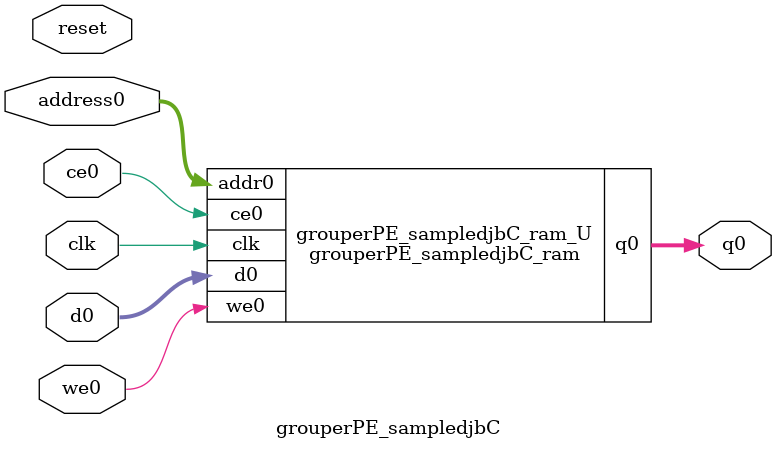
<source format=v>

`timescale 1 ns / 1 ps
module grouperPE_sampledjbC_ram (addr0, ce0, d0, we0, q0,  clk);

parameter DWIDTH = 8;
parameter AWIDTH = 11;
parameter MEM_SIZE = 2048;

input[AWIDTH-1:0] addr0;
input ce0;
input[DWIDTH-1:0] d0;
input we0;
output reg[DWIDTH-1:0] q0;
input clk;

(* ram_style = "block" *)reg [DWIDTH-1:0] ram[0:MEM_SIZE-1];




always @(posedge clk)  
begin 
    if (ce0) 
    begin
        if (we0) 
        begin 
            ram[addr0] <= d0; 
            q0 <= d0;
        end 
        else 
            q0 <= ram[addr0];
    end
end


endmodule


`timescale 1 ns / 1 ps
module grouperPE_sampledjbC(
    reset,
    clk,
    address0,
    ce0,
    we0,
    d0,
    q0);

parameter DataWidth = 32'd8;
parameter AddressRange = 32'd2048;
parameter AddressWidth = 32'd11;
input reset;
input clk;
input[AddressWidth - 1:0] address0;
input ce0;
input we0;
input[DataWidth - 1:0] d0;
output[DataWidth - 1:0] q0;



grouperPE_sampledjbC_ram grouperPE_sampledjbC_ram_U(
    .clk( clk ),
    .addr0( address0 ),
    .ce0( ce0 ),
    .we0( we0 ),
    .d0( d0 ),
    .q0( q0 ));

endmodule


</source>
